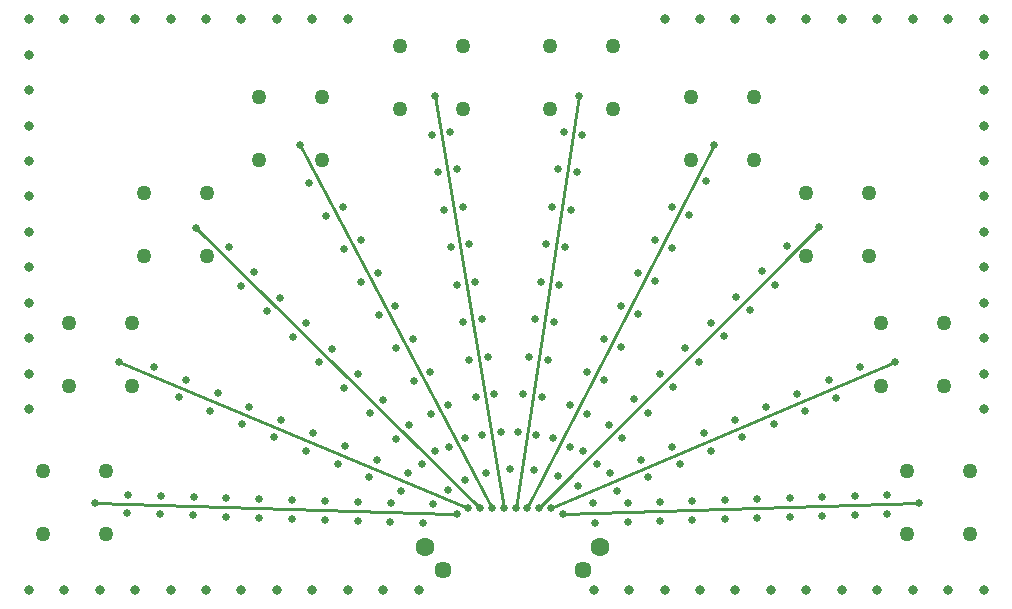
<source format=gbr>
G04 #@! TF.GenerationSoftware,KiCad,Pcbnew,(5.1.5)-3*
G04 #@! TF.CreationDate,2020-01-16T14:49:26-07:00*
G04 #@! TF.ProjectId,Station06,53746174-696f-46e3-9036-2e6b69636164,rev?*
G04 #@! TF.SameCoordinates,Original*
G04 #@! TF.FileFunction,Copper,L2,Inr*
G04 #@! TF.FilePolarity,Positive*
%FSLAX46Y46*%
G04 Gerber Fmt 4.6, Leading zero omitted, Abs format (unit mm)*
G04 Created by KiCad (PCBNEW (5.1.5)-3) date 2020-01-16 14:49:26*
%MOMM*%
%LPD*%
G04 APERTURE LIST*
%ADD10C,1.450000*%
%ADD11C,1.600000*%
%ADD12C,0.635000*%
%ADD13C,1.270000*%
%ADD14C,0.800000*%
%ADD15C,0.250000*%
G04 APERTURE END LIST*
D10*
X134580000Y-100740000D03*
X146420000Y-100740000D03*
D11*
X133105000Y-98740000D03*
X147895000Y-98740000D03*
D12*
X107139740Y-83129120D03*
X136750000Y-95500000D03*
X122481340Y-64770000D03*
X138750000Y-95500000D03*
X105102660Y-95051880D03*
X135750000Y-96010000D03*
X133918960Y-60568840D03*
X139750000Y-95500000D03*
X113690000Y-71790000D03*
X137750000Y-95500000D03*
X174937420Y-95056960D03*
X144750000Y-96000000D03*
X172862240Y-83126580D03*
X143750000Y-95500000D03*
X166480000Y-71660000D03*
X142750000Y-95500000D03*
X157576520Y-64709040D03*
X141750000Y-95500000D03*
X146113500Y-60553600D03*
X140750000Y-95500000D03*
X147290000Y-95040000D03*
X150238000Y-95028000D03*
X152982000Y-94943000D03*
X155727000Y-94857000D03*
X158471000Y-94771000D03*
X161215000Y-94685000D03*
X163960000Y-94600000D03*
X166704000Y-94514000D03*
X169448000Y-94428000D03*
X172193000Y-94342000D03*
X147495000Y-96714000D03*
X150239000Y-96628000D03*
X152983000Y-96543000D03*
X155728000Y-96457000D03*
X158472000Y-96371000D03*
X161216000Y-96285000D03*
X163961000Y-96200000D03*
X166705000Y-96114000D03*
X169449000Y-96028000D03*
X172194000Y-95942000D03*
X169906000Y-83528000D03*
X167259000Y-84652000D03*
X164612000Y-85775000D03*
X161966000Y-86899000D03*
X159319000Y-88022000D03*
X156672000Y-89146000D03*
X154025000Y-90269000D03*
X151378000Y-91393000D03*
X148731000Y-92517000D03*
X146050000Y-93640000D03*
X167884000Y-86125000D03*
X165238000Y-87248000D03*
X162591000Y-88372000D03*
X159944000Y-89495000D03*
X157297000Y-90619000D03*
X154650000Y-91742000D03*
X152003000Y-92866000D03*
X149356000Y-93989000D03*
X153986000Y-69941000D03*
X152547000Y-72740000D03*
X151109000Y-75540000D03*
X149670000Y-78339000D03*
X148232000Y-81138000D03*
X146793000Y-83937000D03*
X145354000Y-86737000D03*
X143916000Y-89536000D03*
X142330000Y-92280000D03*
X155409000Y-70673000D03*
X153970000Y-73472000D03*
X152532000Y-76271000D03*
X151093000Y-79070000D03*
X149655000Y-81869000D03*
X148216000Y-84669000D03*
X146777000Y-87468000D03*
X145339000Y-90267000D03*
X144822000Y-63603000D03*
X144335000Y-66781000D03*
X143849000Y-69959000D03*
X143363000Y-73136000D03*
X142877000Y-76314000D03*
X142390000Y-79491000D03*
X141904000Y-82669000D03*
X141418000Y-85846000D03*
X140932000Y-89024000D03*
X140260000Y-92190000D03*
X146403000Y-63845000D03*
X145917000Y-67023000D03*
X144458000Y-76556000D03*
X144944000Y-73378000D03*
X145431000Y-70201000D03*
X143972000Y-79733000D03*
X143486000Y-82911000D03*
X142999000Y-86088000D03*
X142513000Y-89266000D03*
X133648000Y-63883000D03*
X134179000Y-67058000D03*
X134711000Y-70232000D03*
X135242000Y-73407000D03*
X135773000Y-76582000D03*
X136304000Y-79757000D03*
X136836000Y-82932000D03*
X137367000Y-86107000D03*
X137898000Y-89282000D03*
X138250000Y-92500000D03*
X135226000Y-63619000D03*
X135757000Y-66793000D03*
X136289000Y-69968000D03*
X136820000Y-73143000D03*
X137351000Y-76318000D03*
X137883000Y-79493000D03*
X138414000Y-82668000D03*
X138945000Y-85843000D03*
X139476000Y-89018000D03*
X123248000Y-67931000D03*
X124727000Y-70726000D03*
X126207000Y-73520000D03*
X127686000Y-76314000D03*
X129166000Y-79109000D03*
X130645000Y-81903000D03*
X132125000Y-84697000D03*
X133604000Y-87491000D03*
X135084000Y-90286000D03*
X136480000Y-93070000D03*
X126141000Y-69977000D03*
X127621000Y-72771000D03*
X129100000Y-75566000D03*
X130580000Y-78360000D03*
X132059000Y-81154000D03*
X133539000Y-83948000D03*
X135018000Y-86743000D03*
X136498000Y-89537000D03*
X107866000Y-95924000D03*
X110652000Y-96012000D03*
X113438000Y-96099000D03*
X116224000Y-96187000D03*
X119009000Y-96274000D03*
X121795000Y-96362000D03*
X124581000Y-96449000D03*
X127367000Y-96537000D03*
X130153000Y-96625000D03*
X132939000Y-96712000D03*
X107916000Y-94325000D03*
X110702000Y-94412000D03*
X113488000Y-94500000D03*
X116274000Y-94588000D03*
X119060000Y-94675000D03*
X121846000Y-94763000D03*
X124632000Y-94850000D03*
X127417000Y-94938000D03*
X130203000Y-95025000D03*
X112220000Y-86106000D03*
X114911000Y-87232000D03*
X117602000Y-88357000D03*
X120294000Y-89483000D03*
X122985000Y-90609000D03*
X125676000Y-91735000D03*
X128367000Y-92861000D03*
X131059000Y-93986000D03*
X133750000Y-95112000D03*
X110146000Y-83504000D03*
X115528000Y-85756000D03*
X118220000Y-86881000D03*
X120911000Y-88007000D03*
X123602000Y-89133000D03*
X126294000Y-90259000D03*
X112837000Y-84630000D03*
X128985000Y-91385000D03*
X131676000Y-92510000D03*
X156870000Y-67740000D03*
X117509000Y-76663000D03*
X119696000Y-78820000D03*
X121882000Y-80976000D03*
X124069000Y-83132000D03*
X126255000Y-85288000D03*
X128442000Y-87445000D03*
X130629000Y-89601000D03*
X132815000Y-91757000D03*
X135002000Y-93913000D03*
X116446000Y-73368000D03*
X118633000Y-75524000D03*
X120819000Y-77680000D03*
X123006000Y-79837000D03*
X125192000Y-81993000D03*
X127379000Y-84149000D03*
X129565000Y-86305000D03*
X131752000Y-88462000D03*
X133939000Y-90618000D03*
X161611000Y-75439000D03*
X159453000Y-77605000D03*
X157294000Y-79772000D03*
X155135000Y-81938000D03*
X152977000Y-84104000D03*
X150818000Y-86270000D03*
X148659000Y-88437000D03*
X146501000Y-90603000D03*
X144342000Y-92769000D03*
X162745000Y-76569000D03*
X160586000Y-78735000D03*
X158427000Y-80901000D03*
X156269000Y-83067000D03*
X154110000Y-85234000D03*
X151951000Y-87400000D03*
X147634000Y-91732000D03*
X149793000Y-89566000D03*
X163770000Y-73273000D03*
D13*
X173908000Y-92340000D03*
X171703000Y-79833000D03*
X165353000Y-68834000D03*
X155624000Y-60671000D03*
X143690000Y-56327000D03*
X130990000Y-56327000D03*
X119056000Y-60671000D03*
X109327000Y-68834000D03*
X102977000Y-79833000D03*
X100772000Y-97660000D03*
X106092000Y-97660000D03*
X100772000Y-92340000D03*
X106092000Y-92340000D03*
X108297000Y-79833000D03*
X102977000Y-85153000D03*
X108297000Y-85153000D03*
X114647000Y-68834000D03*
X109327000Y-74154000D03*
X114647000Y-74154000D03*
X124376000Y-60671000D03*
X119056000Y-65991000D03*
X124376000Y-65991000D03*
X136310000Y-56327000D03*
X130990000Y-61647000D03*
X136310000Y-61647000D03*
X149010000Y-56327000D03*
X143690000Y-61647000D03*
X149010000Y-61647000D03*
X160944000Y-60671000D03*
X155624000Y-65991000D03*
X160944000Y-65991000D03*
X170673000Y-68834000D03*
X165353000Y-74154000D03*
X170673000Y-74154000D03*
X177023000Y-79833000D03*
X171703000Y-85153000D03*
X177023000Y-85153000D03*
X179228000Y-92340000D03*
X173908000Y-97660000D03*
X179228000Y-97660000D03*
D14*
X99540000Y-54090000D03*
X102540000Y-54090000D03*
X105540000Y-54090000D03*
X108540000Y-54090000D03*
X111540000Y-54090000D03*
X114540000Y-54090000D03*
X117540000Y-54090000D03*
X120540000Y-54090000D03*
X123540000Y-54090000D03*
X126540000Y-54090000D03*
X99540000Y-57090000D03*
X99540000Y-60090000D03*
X99540000Y-63090000D03*
X99540000Y-66090000D03*
X99540000Y-69090000D03*
X99540000Y-72090000D03*
X99540000Y-75090000D03*
X99540000Y-78090000D03*
X99540000Y-81090000D03*
X99540000Y-84090000D03*
X99540000Y-87090000D03*
X180370000Y-54090000D03*
X180370000Y-57090000D03*
X180370000Y-60090000D03*
X180370000Y-63090000D03*
X180370000Y-66090000D03*
X180370000Y-69090000D03*
X180370000Y-72090000D03*
X180370000Y-75090000D03*
X180370000Y-78090000D03*
X180370000Y-81090000D03*
X180370000Y-84090000D03*
X180370000Y-87090000D03*
X177370000Y-54090000D03*
X174370000Y-54090000D03*
X171370000Y-54090000D03*
X168370000Y-54090000D03*
X165370000Y-54090000D03*
X162370000Y-54090000D03*
X159370000Y-54090000D03*
X156370000Y-54090000D03*
X153370000Y-54090000D03*
X99540000Y-102390000D03*
X102540000Y-102390000D03*
X105540000Y-102390000D03*
X108540000Y-102390000D03*
X111540000Y-102390000D03*
X114540000Y-102390000D03*
X117540000Y-102390000D03*
X120540000Y-102390000D03*
X123540000Y-102390000D03*
X126540000Y-102390000D03*
X129540000Y-102390000D03*
X132540000Y-102390000D03*
X180370000Y-102390000D03*
X177370000Y-102390000D03*
X174370000Y-102390000D03*
X171370000Y-102390000D03*
X168370000Y-102390000D03*
X165370000Y-102390000D03*
X162370000Y-102390000D03*
X159370000Y-102390000D03*
X156370000Y-102390000D03*
X153370000Y-102390000D03*
X150370000Y-102390000D03*
X147370000Y-102390000D03*
D15*
X136750000Y-95500000D02*
X136750000Y-95500000D01*
X136750000Y-95500000D02*
X107139740Y-83129120D01*
X138750000Y-95500000D02*
X138750000Y-95500000D01*
X138750000Y-95500000D02*
X122481340Y-64770000D01*
X135245605Y-95984395D02*
X105102660Y-95051880D01*
X135750000Y-96010000D02*
X135245605Y-95984395D01*
X139750000Y-95500000D02*
X139750000Y-95500000D01*
X139750000Y-95500000D02*
X133918960Y-60568840D01*
X137750000Y-95500000D02*
X137750000Y-95500000D01*
X137750000Y-95500000D02*
X113690000Y-71790000D01*
X144750000Y-96000000D02*
X144750000Y-96000000D01*
X144750000Y-96000000D02*
X174937420Y-95056960D01*
X143750000Y-95500000D02*
X143750000Y-95500000D01*
X143750000Y-95500000D02*
X172862240Y-83126580D01*
X142750000Y-95500000D02*
X142750000Y-95500000D01*
X142750000Y-95500000D02*
X166480000Y-71660000D01*
X141750000Y-95500000D02*
X141750000Y-95500000D01*
X141750000Y-95500000D02*
X157576520Y-64709040D01*
X140750000Y-95500000D02*
X140750000Y-95500000D01*
X140750000Y-95500000D02*
X146113500Y-60553600D01*
M02*

</source>
